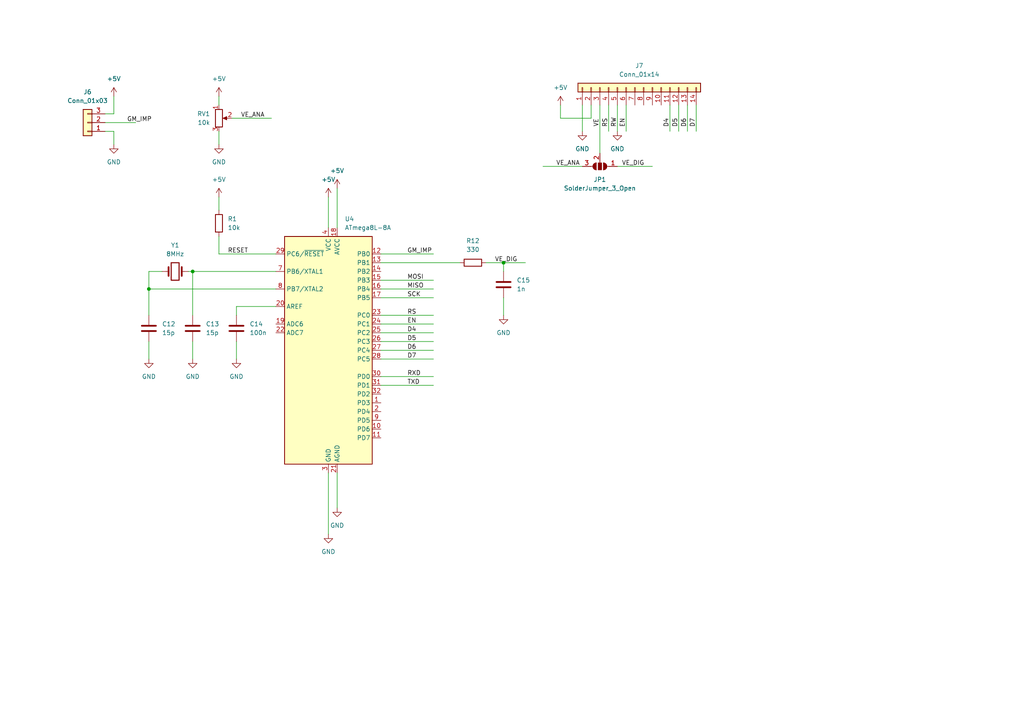
<source format=kicad_sch>
(kicad_sch (version 20230121) (generator eeschema)

  (uuid 020b141f-09fb-4f0b-a150-85664632dd17)

  (paper "A4")

  (lib_symbols
    (symbol "Connector_Generic:Conn_01x03" (pin_names (offset 1.016) hide) (in_bom yes) (on_board yes)
      (property "Reference" "J" (at 0 5.08 0)
        (effects (font (size 1.27 1.27)))
      )
      (property "Value" "Conn_01x03" (at 0 -5.08 0)
        (effects (font (size 1.27 1.27)))
      )
      (property "Footprint" "" (at 0 0 0)
        (effects (font (size 1.27 1.27)) hide)
      )
      (property "Datasheet" "~" (at 0 0 0)
        (effects (font (size 1.27 1.27)) hide)
      )
      (property "ki_keywords" "connector" (at 0 0 0)
        (effects (font (size 1.27 1.27)) hide)
      )
      (property "ki_description" "Generic connector, single row, 01x03, script generated (kicad-library-utils/schlib/autogen/connector/)" (at 0 0 0)
        (effects (font (size 1.27 1.27)) hide)
      )
      (property "ki_fp_filters" "Connector*:*_1x??_*" (at 0 0 0)
        (effects (font (size 1.27 1.27)) hide)
      )
      (symbol "Conn_01x03_1_1"
        (rectangle (start -1.27 -2.413) (end 0 -2.667)
          (stroke (width 0.1524) (type default))
          (fill (type none))
        )
        (rectangle (start -1.27 0.127) (end 0 -0.127)
          (stroke (width 0.1524) (type default))
          (fill (type none))
        )
        (rectangle (start -1.27 2.667) (end 0 2.413)
          (stroke (width 0.1524) (type default))
          (fill (type none))
        )
        (rectangle (start -1.27 3.81) (end 1.27 -3.81)
          (stroke (width 0.254) (type default))
          (fill (type background))
        )
        (pin passive line (at -5.08 2.54 0) (length 3.81)
          (name "Pin_1" (effects (font (size 1.27 1.27))))
          (number "1" (effects (font (size 1.27 1.27))))
        )
        (pin passive line (at -5.08 0 0) (length 3.81)
          (name "Pin_2" (effects (font (size 1.27 1.27))))
          (number "2" (effects (font (size 1.27 1.27))))
        )
        (pin passive line (at -5.08 -2.54 0) (length 3.81)
          (name "Pin_3" (effects (font (size 1.27 1.27))))
          (number "3" (effects (font (size 1.27 1.27))))
        )
      )
    )
    (symbol "Connector_Generic:Conn_01x14" (pin_names (offset 1.016) hide) (in_bom yes) (on_board yes)
      (property "Reference" "J" (at 0 17.78 0)
        (effects (font (size 1.27 1.27)))
      )
      (property "Value" "Conn_01x14" (at 0 -20.32 0)
        (effects (font (size 1.27 1.27)))
      )
      (property "Footprint" "" (at 0 0 0)
        (effects (font (size 1.27 1.27)) hide)
      )
      (property "Datasheet" "~" (at 0 0 0)
        (effects (font (size 1.27 1.27)) hide)
      )
      (property "ki_keywords" "connector" (at 0 0 0)
        (effects (font (size 1.27 1.27)) hide)
      )
      (property "ki_description" "Generic connector, single row, 01x14, script generated (kicad-library-utils/schlib/autogen/connector/)" (at 0 0 0)
        (effects (font (size 1.27 1.27)) hide)
      )
      (property "ki_fp_filters" "Connector*:*_1x??_*" (at 0 0 0)
        (effects (font (size 1.27 1.27)) hide)
      )
      (symbol "Conn_01x14_1_1"
        (rectangle (start -1.27 -17.653) (end 0 -17.907)
          (stroke (width 0.1524) (type default))
          (fill (type none))
        )
        (rectangle (start -1.27 -15.113) (end 0 -15.367)
          (stroke (width 0.1524) (type default))
          (fill (type none))
        )
        (rectangle (start -1.27 -12.573) (end 0 -12.827)
          (stroke (width 0.1524) (type default))
          (fill (type none))
        )
        (rectangle (start -1.27 -10.033) (end 0 -10.287)
          (stroke (width 0.1524) (type default))
          (fill (type none))
        )
        (rectangle (start -1.27 -7.493) (end 0 -7.747)
          (stroke (width 0.1524) (type default))
          (fill (type none))
        )
        (rectangle (start -1.27 -4.953) (end 0 -5.207)
          (stroke (width 0.1524) (type default))
          (fill (type none))
        )
        (rectangle (start -1.27 -2.413) (end 0 -2.667)
          (stroke (width 0.1524) (type default))
          (fill (type none))
        )
        (rectangle (start -1.27 0.127) (end 0 -0.127)
          (stroke (width 0.1524) (type default))
          (fill (type none))
        )
        (rectangle (start -1.27 2.667) (end 0 2.413)
          (stroke (width 0.1524) (type default))
          (fill (type none))
        )
        (rectangle (start -1.27 5.207) (end 0 4.953)
          (stroke (width 0.1524) (type default))
          (fill (type none))
        )
        (rectangle (start -1.27 7.747) (end 0 7.493)
          (stroke (width 0.1524) (type default))
          (fill (type none))
        )
        (rectangle (start -1.27 10.287) (end 0 10.033)
          (stroke (width 0.1524) (type default))
          (fill (type none))
        )
        (rectangle (start -1.27 12.827) (end 0 12.573)
          (stroke (width 0.1524) (type default))
          (fill (type none))
        )
        (rectangle (start -1.27 15.367) (end 0 15.113)
          (stroke (width 0.1524) (type default))
          (fill (type none))
        )
        (rectangle (start -1.27 16.51) (end 1.27 -19.05)
          (stroke (width 0.254) (type default))
          (fill (type background))
        )
        (pin passive line (at -5.08 15.24 0) (length 3.81)
          (name "Pin_1" (effects (font (size 1.27 1.27))))
          (number "1" (effects (font (size 1.27 1.27))))
        )
        (pin passive line (at -5.08 -7.62 0) (length 3.81)
          (name "Pin_10" (effects (font (size 1.27 1.27))))
          (number "10" (effects (font (size 1.27 1.27))))
        )
        (pin passive line (at -5.08 -10.16 0) (length 3.81)
          (name "Pin_11" (effects (font (size 1.27 1.27))))
          (number "11" (effects (font (size 1.27 1.27))))
        )
        (pin passive line (at -5.08 -12.7 0) (length 3.81)
          (name "Pin_12" (effects (font (size 1.27 1.27))))
          (number "12" (effects (font (size 1.27 1.27))))
        )
        (pin passive line (at -5.08 -15.24 0) (length 3.81)
          (name "Pin_13" (effects (font (size 1.27 1.27))))
          (number "13" (effects (font (size 1.27 1.27))))
        )
        (pin passive line (at -5.08 -17.78 0) (length 3.81)
          (name "Pin_14" (effects (font (size 1.27 1.27))))
          (number "14" (effects (font (size 1.27 1.27))))
        )
        (pin passive line (at -5.08 12.7 0) (length 3.81)
          (name "Pin_2" (effects (font (size 1.27 1.27))))
          (number "2" (effects (font (size 1.27 1.27))))
        )
        (pin passive line (at -5.08 10.16 0) (length 3.81)
          (name "Pin_3" (effects (font (size 1.27 1.27))))
          (number "3" (effects (font (size 1.27 1.27))))
        )
        (pin passive line (at -5.08 7.62 0) (length 3.81)
          (name "Pin_4" (effects (font (size 1.27 1.27))))
          (number "4" (effects (font (size 1.27 1.27))))
        )
        (pin passive line (at -5.08 5.08 0) (length 3.81)
          (name "Pin_5" (effects (font (size 1.27 1.27))))
          (number "5" (effects (font (size 1.27 1.27))))
        )
        (pin passive line (at -5.08 2.54 0) (length 3.81)
          (name "Pin_6" (effects (font (size 1.27 1.27))))
          (number "6" (effects (font (size 1.27 1.27))))
        )
        (pin passive line (at -5.08 0 0) (length 3.81)
          (name "Pin_7" (effects (font (size 1.27 1.27))))
          (number "7" (effects (font (size 1.27 1.27))))
        )
        (pin passive line (at -5.08 -2.54 0) (length 3.81)
          (name "Pin_8" (effects (font (size 1.27 1.27))))
          (number "8" (effects (font (size 1.27 1.27))))
        )
        (pin passive line (at -5.08 -5.08 0) (length 3.81)
          (name "Pin_9" (effects (font (size 1.27 1.27))))
          (number "9" (effects (font (size 1.27 1.27))))
        )
      )
    )
    (symbol "Device:C" (pin_numbers hide) (pin_names (offset 0.254)) (in_bom yes) (on_board yes)
      (property "Reference" "C" (at 0.635 2.54 0)
        (effects (font (size 1.27 1.27)) (justify left))
      )
      (property "Value" "C" (at 0.635 -2.54 0)
        (effects (font (size 1.27 1.27)) (justify left))
      )
      (property "Footprint" "" (at 0.9652 -3.81 0)
        (effects (font (size 1.27 1.27)) hide)
      )
      (property "Datasheet" "~" (at 0 0 0)
        (effects (font (size 1.27 1.27)) hide)
      )
      (property "ki_keywords" "cap capacitor" (at 0 0 0)
        (effects (font (size 1.27 1.27)) hide)
      )
      (property "ki_description" "Unpolarized capacitor" (at 0 0 0)
        (effects (font (size 1.27 1.27)) hide)
      )
      (property "ki_fp_filters" "C_*" (at 0 0 0)
        (effects (font (size 1.27 1.27)) hide)
      )
      (symbol "C_0_1"
        (polyline
          (pts
            (xy -2.032 -0.762)
            (xy 2.032 -0.762)
          )
          (stroke (width 0.508) (type default))
          (fill (type none))
        )
        (polyline
          (pts
            (xy -2.032 0.762)
            (xy 2.032 0.762)
          )
          (stroke (width 0.508) (type default))
          (fill (type none))
        )
      )
      (symbol "C_1_1"
        (pin passive line (at 0 3.81 270) (length 2.794)
          (name "~" (effects (font (size 1.27 1.27))))
          (number "1" (effects (font (size 1.27 1.27))))
        )
        (pin passive line (at 0 -3.81 90) (length 2.794)
          (name "~" (effects (font (size 1.27 1.27))))
          (number "2" (effects (font (size 1.27 1.27))))
        )
      )
    )
    (symbol "Device:Crystal" (pin_numbers hide) (pin_names (offset 1.016) hide) (in_bom yes) (on_board yes)
      (property "Reference" "Y" (at 0 3.81 0)
        (effects (font (size 1.27 1.27)))
      )
      (property "Value" "Crystal" (at 0 -3.81 0)
        (effects (font (size 1.27 1.27)))
      )
      (property "Footprint" "" (at 0 0 0)
        (effects (font (size 1.27 1.27)) hide)
      )
      (property "Datasheet" "~" (at 0 0 0)
        (effects (font (size 1.27 1.27)) hide)
      )
      (property "ki_keywords" "quartz ceramic resonator oscillator" (at 0 0 0)
        (effects (font (size 1.27 1.27)) hide)
      )
      (property "ki_description" "Two pin crystal" (at 0 0 0)
        (effects (font (size 1.27 1.27)) hide)
      )
      (property "ki_fp_filters" "Crystal*" (at 0 0 0)
        (effects (font (size 1.27 1.27)) hide)
      )
      (symbol "Crystal_0_1"
        (rectangle (start -1.143 2.54) (end 1.143 -2.54)
          (stroke (width 0.3048) (type default))
          (fill (type none))
        )
        (polyline
          (pts
            (xy -2.54 0)
            (xy -1.905 0)
          )
          (stroke (width 0) (type default))
          (fill (type none))
        )
        (polyline
          (pts
            (xy -1.905 -1.27)
            (xy -1.905 1.27)
          )
          (stroke (width 0.508) (type default))
          (fill (type none))
        )
        (polyline
          (pts
            (xy 1.905 -1.27)
            (xy 1.905 1.27)
          )
          (stroke (width 0.508) (type default))
          (fill (type none))
        )
        (polyline
          (pts
            (xy 2.54 0)
            (xy 1.905 0)
          )
          (stroke (width 0) (type default))
          (fill (type none))
        )
      )
      (symbol "Crystal_1_1"
        (pin passive line (at -3.81 0 0) (length 1.27)
          (name "1" (effects (font (size 1.27 1.27))))
          (number "1" (effects (font (size 1.27 1.27))))
        )
        (pin passive line (at 3.81 0 180) (length 1.27)
          (name "2" (effects (font (size 1.27 1.27))))
          (number "2" (effects (font (size 1.27 1.27))))
        )
      )
    )
    (symbol "Device:R" (pin_numbers hide) (pin_names (offset 0)) (in_bom yes) (on_board yes)
      (property "Reference" "R" (at 2.032 0 90)
        (effects (font (size 1.27 1.27)))
      )
      (property "Value" "R" (at 0 0 90)
        (effects (font (size 1.27 1.27)))
      )
      (property "Footprint" "" (at -1.778 0 90)
        (effects (font (size 1.27 1.27)) hide)
      )
      (property "Datasheet" "~" (at 0 0 0)
        (effects (font (size 1.27 1.27)) hide)
      )
      (property "ki_keywords" "R res resistor" (at 0 0 0)
        (effects (font (size 1.27 1.27)) hide)
      )
      (property "ki_description" "Resistor" (at 0 0 0)
        (effects (font (size 1.27 1.27)) hide)
      )
      (property "ki_fp_filters" "R_*" (at 0 0 0)
        (effects (font (size 1.27 1.27)) hide)
      )
      (symbol "R_0_1"
        (rectangle (start -1.016 -2.54) (end 1.016 2.54)
          (stroke (width 0.254) (type default))
          (fill (type none))
        )
      )
      (symbol "R_1_1"
        (pin passive line (at 0 3.81 270) (length 1.27)
          (name "~" (effects (font (size 1.27 1.27))))
          (number "1" (effects (font (size 1.27 1.27))))
        )
        (pin passive line (at 0 -3.81 90) (length 1.27)
          (name "~" (effects (font (size 1.27 1.27))))
          (number "2" (effects (font (size 1.27 1.27))))
        )
      )
    )
    (symbol "Device:R_Potentiometer" (pin_names (offset 1.016) hide) (in_bom yes) (on_board yes)
      (property "Reference" "RV" (at -4.445 0 90)
        (effects (font (size 1.27 1.27)))
      )
      (property "Value" "R_Potentiometer" (at -2.54 0 90)
        (effects (font (size 1.27 1.27)))
      )
      (property "Footprint" "" (at 0 0 0)
        (effects (font (size 1.27 1.27)) hide)
      )
      (property "Datasheet" "~" (at 0 0 0)
        (effects (font (size 1.27 1.27)) hide)
      )
      (property "ki_keywords" "resistor variable" (at 0 0 0)
        (effects (font (size 1.27 1.27)) hide)
      )
      (property "ki_description" "Potentiometer" (at 0 0 0)
        (effects (font (size 1.27 1.27)) hide)
      )
      (property "ki_fp_filters" "Potentiometer*" (at 0 0 0)
        (effects (font (size 1.27 1.27)) hide)
      )
      (symbol "R_Potentiometer_0_1"
        (polyline
          (pts
            (xy 2.54 0)
            (xy 1.524 0)
          )
          (stroke (width 0) (type default))
          (fill (type none))
        )
        (polyline
          (pts
            (xy 1.143 0)
            (xy 2.286 0.508)
            (xy 2.286 -0.508)
            (xy 1.143 0)
          )
          (stroke (width 0) (type default))
          (fill (type outline))
        )
        (rectangle (start 1.016 2.54) (end -1.016 -2.54)
          (stroke (width 0.254) (type default))
          (fill (type none))
        )
      )
      (symbol "R_Potentiometer_1_1"
        (pin passive line (at 0 3.81 270) (length 1.27)
          (name "1" (effects (font (size 1.27 1.27))))
          (number "1" (effects (font (size 1.27 1.27))))
        )
        (pin passive line (at 3.81 0 180) (length 1.27)
          (name "2" (effects (font (size 1.27 1.27))))
          (number "2" (effects (font (size 1.27 1.27))))
        )
        (pin passive line (at 0 -3.81 90) (length 1.27)
          (name "3" (effects (font (size 1.27 1.27))))
          (number "3" (effects (font (size 1.27 1.27))))
        )
      )
    )
    (symbol "Jumper:SolderJumper_3_Open" (pin_names (offset 0) hide) (in_bom yes) (on_board yes)
      (property "Reference" "JP" (at -2.54 -2.54 0)
        (effects (font (size 1.27 1.27)))
      )
      (property "Value" "SolderJumper_3_Open" (at 0 2.794 0)
        (effects (font (size 1.27 1.27)))
      )
      (property "Footprint" "" (at 0 0 0)
        (effects (font (size 1.27 1.27)) hide)
      )
      (property "Datasheet" "~" (at 0 0 0)
        (effects (font (size 1.27 1.27)) hide)
      )
      (property "ki_keywords" "Solder Jumper SPDT" (at 0 0 0)
        (effects (font (size 1.27 1.27)) hide)
      )
      (property "ki_description" "Solder Jumper, 3-pole, open" (at 0 0 0)
        (effects (font (size 1.27 1.27)) hide)
      )
      (property "ki_fp_filters" "SolderJumper*Open*" (at 0 0 0)
        (effects (font (size 1.27 1.27)) hide)
      )
      (symbol "SolderJumper_3_Open_0_1"
        (arc (start -1.016 1.016) (mid -2.0276 0) (end -1.016 -1.016)
          (stroke (width 0) (type default))
          (fill (type none))
        )
        (arc (start -1.016 1.016) (mid -2.0276 0) (end -1.016 -1.016)
          (stroke (width 0) (type default))
          (fill (type outline))
        )
        (rectangle (start -0.508 1.016) (end 0.508 -1.016)
          (stroke (width 0) (type default))
          (fill (type outline))
        )
        (polyline
          (pts
            (xy -2.54 0)
            (xy -2.032 0)
          )
          (stroke (width 0) (type default))
          (fill (type none))
        )
        (polyline
          (pts
            (xy -1.016 1.016)
            (xy -1.016 -1.016)
          )
          (stroke (width 0) (type default))
          (fill (type none))
        )
        (polyline
          (pts
            (xy 0 -1.27)
            (xy 0 -1.016)
          )
          (stroke (width 0) (type default))
          (fill (type none))
        )
        (polyline
          (pts
            (xy 1.016 1.016)
            (xy 1.016 -1.016)
          )
          (stroke (width 0) (type default))
          (fill (type none))
        )
        (polyline
          (pts
            (xy 2.54 0)
            (xy 2.032 0)
          )
          (stroke (width 0) (type default))
          (fill (type none))
        )
        (arc (start 1.016 -1.016) (mid 2.0276 0) (end 1.016 1.016)
          (stroke (width 0) (type default))
          (fill (type none))
        )
        (arc (start 1.016 -1.016) (mid 2.0276 0) (end 1.016 1.016)
          (stroke (width 0) (type default))
          (fill (type outline))
        )
      )
      (symbol "SolderJumper_3_Open_1_1"
        (pin passive line (at -5.08 0 0) (length 2.54)
          (name "A" (effects (font (size 1.27 1.27))))
          (number "1" (effects (font (size 1.27 1.27))))
        )
        (pin passive line (at 0 -3.81 90) (length 2.54)
          (name "C" (effects (font (size 1.27 1.27))))
          (number "2" (effects (font (size 1.27 1.27))))
        )
        (pin passive line (at 5.08 0 180) (length 2.54)
          (name "B" (effects (font (size 1.27 1.27))))
          (number "3" (effects (font (size 1.27 1.27))))
        )
      )
    )
    (symbol "MCU_Microchip_ATmega:ATmega8L-8A" (in_bom yes) (on_board yes)
      (property "Reference" "U" (at -12.7 34.29 0)
        (effects (font (size 1.27 1.27)) (justify left bottom))
      )
      (property "Value" "ATmega8L-8A" (at 5.08 -34.29 0)
        (effects (font (size 1.27 1.27)) (justify left top))
      )
      (property "Footprint" "Package_QFP:TQFP-32_7x7mm_P0.8mm" (at 0 0 0)
        (effects (font (size 1.27 1.27) italic) hide)
      )
      (property "Datasheet" "http://ww1.microchip.com/downloads/en/DeviceDoc/atmel-2486-8-bit-avr-microcontroller-atmega8_l_datasheet.pdf" (at 0 0 0)
        (effects (font (size 1.27 1.27)) hide)
      )
      (property "ki_keywords" "AVR 8bit Microcontroller MegaAVR" (at 0 0 0)
        (effects (font (size 1.27 1.27)) hide)
      )
      (property "ki_description" "8MHz, 8kB Flash, 1kB SRAM, 512B EEPROM, TQFP-32" (at 0 0 0)
        (effects (font (size 1.27 1.27)) hide)
      )
      (property "ki_fp_filters" "TQFP*7x7mm*P0.8mm*" (at 0 0 0)
        (effects (font (size 1.27 1.27)) hide)
      )
      (symbol "ATmega8L-8A_0_1"
        (rectangle (start -12.7 -33.02) (end 12.7 33.02)
          (stroke (width 0.254) (type default))
          (fill (type background))
        )
      )
      (symbol "ATmega8L-8A_1_1"
        (pin bidirectional line (at 15.24 -15.24 180) (length 2.54)
          (name "PD3" (effects (font (size 1.27 1.27))))
          (number "1" (effects (font (size 1.27 1.27))))
        )
        (pin bidirectional line (at 15.24 -22.86 180) (length 2.54)
          (name "PD6" (effects (font (size 1.27 1.27))))
          (number "10" (effects (font (size 1.27 1.27))))
        )
        (pin bidirectional line (at 15.24 -25.4 180) (length 2.54)
          (name "PD7" (effects (font (size 1.27 1.27))))
          (number "11" (effects (font (size 1.27 1.27))))
        )
        (pin bidirectional line (at 15.24 27.94 180) (length 2.54)
          (name "PB0" (effects (font (size 1.27 1.27))))
          (number "12" (effects (font (size 1.27 1.27))))
        )
        (pin bidirectional line (at 15.24 25.4 180) (length 2.54)
          (name "PB1" (effects (font (size 1.27 1.27))))
          (number "13" (effects (font (size 1.27 1.27))))
        )
        (pin bidirectional line (at 15.24 22.86 180) (length 2.54)
          (name "PB2" (effects (font (size 1.27 1.27))))
          (number "14" (effects (font (size 1.27 1.27))))
        )
        (pin bidirectional line (at 15.24 20.32 180) (length 2.54)
          (name "PB3" (effects (font (size 1.27 1.27))))
          (number "15" (effects (font (size 1.27 1.27))))
        )
        (pin bidirectional line (at 15.24 17.78 180) (length 2.54)
          (name "PB4" (effects (font (size 1.27 1.27))))
          (number "16" (effects (font (size 1.27 1.27))))
        )
        (pin bidirectional line (at 15.24 15.24 180) (length 2.54)
          (name "PB5" (effects (font (size 1.27 1.27))))
          (number "17" (effects (font (size 1.27 1.27))))
        )
        (pin power_in line (at 2.54 35.56 270) (length 2.54)
          (name "AVCC" (effects (font (size 1.27 1.27))))
          (number "18" (effects (font (size 1.27 1.27))))
        )
        (pin input line (at -15.24 7.62 0) (length 2.54)
          (name "ADC6" (effects (font (size 1.27 1.27))))
          (number "19" (effects (font (size 1.27 1.27))))
        )
        (pin bidirectional line (at 15.24 -17.78 180) (length 2.54)
          (name "PD4" (effects (font (size 1.27 1.27))))
          (number "2" (effects (font (size 1.27 1.27))))
        )
        (pin passive line (at -15.24 12.7 0) (length 2.54)
          (name "AREF" (effects (font (size 1.27 1.27))))
          (number "20" (effects (font (size 1.27 1.27))))
        )
        (pin power_in line (at 2.54 -35.56 90) (length 2.54)
          (name "AGND" (effects (font (size 1.27 1.27))))
          (number "21" (effects (font (size 1.27 1.27))))
        )
        (pin input line (at -15.24 5.08 0) (length 2.54)
          (name "ADC7" (effects (font (size 1.27 1.27))))
          (number "22" (effects (font (size 1.27 1.27))))
        )
        (pin bidirectional line (at 15.24 10.16 180) (length 2.54)
          (name "PC0" (effects (font (size 1.27 1.27))))
          (number "23" (effects (font (size 1.27 1.27))))
        )
        (pin bidirectional line (at 15.24 7.62 180) (length 2.54)
          (name "PC1" (effects (font (size 1.27 1.27))))
          (number "24" (effects (font (size 1.27 1.27))))
        )
        (pin bidirectional line (at 15.24 5.08 180) (length 2.54)
          (name "PC2" (effects (font (size 1.27 1.27))))
          (number "25" (effects (font (size 1.27 1.27))))
        )
        (pin bidirectional line (at 15.24 2.54 180) (length 2.54)
          (name "PC3" (effects (font (size 1.27 1.27))))
          (number "26" (effects (font (size 1.27 1.27))))
        )
        (pin bidirectional line (at 15.24 0 180) (length 2.54)
          (name "PC4" (effects (font (size 1.27 1.27))))
          (number "27" (effects (font (size 1.27 1.27))))
        )
        (pin bidirectional line (at 15.24 -2.54 180) (length 2.54)
          (name "PC5" (effects (font (size 1.27 1.27))))
          (number "28" (effects (font (size 1.27 1.27))))
        )
        (pin bidirectional line (at -15.24 27.94 0) (length 2.54)
          (name "PC6/~{RESET}" (effects (font (size 1.27 1.27))))
          (number "29" (effects (font (size 1.27 1.27))))
        )
        (pin power_in line (at 0 -35.56 90) (length 2.54)
          (name "GND" (effects (font (size 1.27 1.27))))
          (number "3" (effects (font (size 1.27 1.27))))
        )
        (pin bidirectional line (at 15.24 -7.62 180) (length 2.54)
          (name "PD0" (effects (font (size 1.27 1.27))))
          (number "30" (effects (font (size 1.27 1.27))))
        )
        (pin bidirectional line (at 15.24 -10.16 180) (length 2.54)
          (name "PD1" (effects (font (size 1.27 1.27))))
          (number "31" (effects (font (size 1.27 1.27))))
        )
        (pin bidirectional line (at 15.24 -12.7 180) (length 2.54)
          (name "PD2" (effects (font (size 1.27 1.27))))
          (number "32" (effects (font (size 1.27 1.27))))
        )
        (pin power_in line (at 0 35.56 270) (length 2.54)
          (name "VCC" (effects (font (size 1.27 1.27))))
          (number "4" (effects (font (size 1.27 1.27))))
        )
        (pin passive line (at 0 -35.56 90) (length 2.54) hide
          (name "GND" (effects (font (size 1.27 1.27))))
          (number "5" (effects (font (size 1.27 1.27))))
        )
        (pin passive line (at 0 35.56 270) (length 2.54) hide
          (name "VCC" (effects (font (size 1.27 1.27))))
          (number "6" (effects (font (size 1.27 1.27))))
        )
        (pin bidirectional line (at -15.24 22.86 0) (length 2.54)
          (name "PB6/XTAL1" (effects (font (size 1.27 1.27))))
          (number "7" (effects (font (size 1.27 1.27))))
        )
        (pin bidirectional line (at -15.24 17.78 0) (length 2.54)
          (name "PB7/XTAL2" (effects (font (size 1.27 1.27))))
          (number "8" (effects (font (size 1.27 1.27))))
        )
        (pin bidirectional line (at 15.24 -20.32 180) (length 2.54)
          (name "PD5" (effects (font (size 1.27 1.27))))
          (number "9" (effects (font (size 1.27 1.27))))
        )
      )
    )
    (symbol "power:+5V" (power) (pin_names (offset 0)) (in_bom yes) (on_board yes)
      (property "Reference" "#PWR" (at 0 -3.81 0)
        (effects (font (size 1.27 1.27)) hide)
      )
      (property "Value" "+5V" (at 0 3.556 0)
        (effects (font (size 1.27 1.27)))
      )
      (property "Footprint" "" (at 0 0 0)
        (effects (font (size 1.27 1.27)) hide)
      )
      (property "Datasheet" "" (at 0 0 0)
        (effects (font (size 1.27 1.27)) hide)
      )
      (property "ki_keywords" "global power" (at 0 0 0)
        (effects (font (size 1.27 1.27)) hide)
      )
      (property "ki_description" "Power symbol creates a global label with name \"+5V\"" (at 0 0 0)
        (effects (font (size 1.27 1.27)) hide)
      )
      (symbol "+5V_0_1"
        (polyline
          (pts
            (xy -0.762 1.27)
            (xy 0 2.54)
          )
          (stroke (width 0) (type default))
          (fill (type none))
        )
        (polyline
          (pts
            (xy 0 0)
            (xy 0 2.54)
          )
          (stroke (width 0) (type default))
          (fill (type none))
        )
        (polyline
          (pts
            (xy 0 2.54)
            (xy 0.762 1.27)
          )
          (stroke (width 0) (type default))
          (fill (type none))
        )
      )
      (symbol "+5V_1_1"
        (pin power_in line (at 0 0 90) (length 0) hide
          (name "+5V" (effects (font (size 1.27 1.27))))
          (number "1" (effects (font (size 1.27 1.27))))
        )
      )
    )
    (symbol "power:GND" (power) (pin_names (offset 0)) (in_bom yes) (on_board yes)
      (property "Reference" "#PWR" (at 0 -6.35 0)
        (effects (font (size 1.27 1.27)) hide)
      )
      (property "Value" "GND" (at 0 -3.81 0)
        (effects (font (size 1.27 1.27)))
      )
      (property "Footprint" "" (at 0 0 0)
        (effects (font (size 1.27 1.27)) hide)
      )
      (property "Datasheet" "" (at 0 0 0)
        (effects (font (size 1.27 1.27)) hide)
      )
      (property "ki_keywords" "global power" (at 0 0 0)
        (effects (font (size 1.27 1.27)) hide)
      )
      (property "ki_description" "Power symbol creates a global label with name \"GND\" , ground" (at 0 0 0)
        (effects (font (size 1.27 1.27)) hide)
      )
      (symbol "GND_0_1"
        (polyline
          (pts
            (xy 0 0)
            (xy 0 -1.27)
            (xy 1.27 -1.27)
            (xy 0 -2.54)
            (xy -1.27 -1.27)
            (xy 0 -1.27)
          )
          (stroke (width 0) (type default))
          (fill (type none))
        )
      )
      (symbol "GND_1_1"
        (pin power_in line (at 0 0 270) (length 0) hide
          (name "GND" (effects (font (size 1.27 1.27))))
          (number "1" (effects (font (size 1.27 1.27))))
        )
      )
    )
  )

  (junction (at 55.88 78.74) (diameter 0) (color 0 0 0 0)
    (uuid c9316f10-08ee-4b05-8c8c-11f93facf81c)
  )
  (junction (at 43.18 83.82) (diameter 0) (color 0 0 0 0)
    (uuid e3abd121-e4a9-4f61-8b0d-02c76212119d)
  )
  (junction (at 146.05 76.2) (diameter 0) (color 0 0 0 0)
    (uuid e431d671-ba1d-440c-82eb-608b230d0039)
  )

  (wire (pts (xy 54.61 78.74) (xy 55.88 78.74))
    (stroke (width 0) (type default))
    (uuid 0060f2a3-56ee-43fc-b06a-ea91e38852c4)
  )
  (wire (pts (xy 110.49 73.66) (xy 125.73 73.66))
    (stroke (width 0) (type default))
    (uuid 081d78f4-b50c-4660-8b29-9d4c53299532)
  )
  (wire (pts (xy 146.05 86.36) (xy 146.05 91.44))
    (stroke (width 0) (type default))
    (uuid 09f1b29e-fc61-4d2a-a4ee-395ca8ee1697)
  )
  (wire (pts (xy 95.25 137.16) (xy 95.25 154.94))
    (stroke (width 0) (type default))
    (uuid 0a29997a-ac45-49e6-818e-1f694ceef473)
  )
  (wire (pts (xy 110.49 96.52) (xy 125.73 96.52))
    (stroke (width 0) (type default))
    (uuid 0b473d97-813f-4aee-a898-5b007e66d4b6)
  )
  (wire (pts (xy 168.91 30.48) (xy 168.91 38.1))
    (stroke (width 0) (type default))
    (uuid 0fa930a9-7707-4f70-ac41-4fbc3b13cc49)
  )
  (wire (pts (xy 196.85 30.48) (xy 196.85 38.1))
    (stroke (width 0) (type default))
    (uuid 19265179-677d-42fc-914b-966809a115ee)
  )
  (wire (pts (xy 43.18 83.82) (xy 43.18 91.44))
    (stroke (width 0) (type default))
    (uuid 1a11443f-525d-48ae-9c2c-0afda128bd4e)
  )
  (wire (pts (xy 110.49 76.2) (xy 133.35 76.2))
    (stroke (width 0) (type default))
    (uuid 1ce7ef64-bae9-44b9-9c5b-fe93a898507d)
  )
  (wire (pts (xy 110.49 91.44) (xy 125.73 91.44))
    (stroke (width 0) (type default))
    (uuid 24678119-2c72-4e29-a1c4-0affefd9f96c)
  )
  (wire (pts (xy 194.31 30.48) (xy 194.31 38.1))
    (stroke (width 0) (type default))
    (uuid 286f66e3-9b5d-45ba-9920-c91380bc9298)
  )
  (wire (pts (xy 181.61 30.48) (xy 181.61 38.1))
    (stroke (width 0) (type default))
    (uuid 2d8a36ef-c9b0-4c0a-8e7e-a424cb844556)
  )
  (wire (pts (xy 110.49 101.6) (xy 125.73 101.6))
    (stroke (width 0) (type default))
    (uuid 3a206311-4ca1-4a35-afbd-59c258db7b70)
  )
  (wire (pts (xy 68.58 88.9) (xy 68.58 91.44))
    (stroke (width 0) (type default))
    (uuid 3b4377ee-c509-4f5d-b23b-610889061947)
  )
  (wire (pts (xy 30.48 38.1) (xy 33.02 38.1))
    (stroke (width 0) (type default))
    (uuid 3e259a9d-09cb-4c14-b3cd-2643de36b581)
  )
  (wire (pts (xy 110.49 93.98) (xy 125.73 93.98))
    (stroke (width 0) (type default))
    (uuid 3ea4ce1a-2f2b-4c3a-8a38-a68a9732af22)
  )
  (wire (pts (xy 63.5 38.1) (xy 63.5 41.91))
    (stroke (width 0) (type default))
    (uuid 3eacbcc2-5a93-4ee6-9537-a4e3fb485e29)
  )
  (wire (pts (xy 201.93 30.48) (xy 201.93 38.1))
    (stroke (width 0) (type default))
    (uuid 42826745-b966-4f7a-b25b-665159487eec)
  )
  (wire (pts (xy 140.97 76.2) (xy 146.05 76.2))
    (stroke (width 0) (type default))
    (uuid 46a36935-db52-4fa9-b851-222a19fc89fc)
  )
  (wire (pts (xy 80.01 88.9) (xy 68.58 88.9))
    (stroke (width 0) (type default))
    (uuid 48d9ccc9-987a-4790-997e-95b0ecda93d2)
  )
  (wire (pts (xy 43.18 83.82) (xy 43.18 78.74))
    (stroke (width 0) (type default))
    (uuid 4f87400e-29fd-4f41-b6d1-c593df1b0d37)
  )
  (wire (pts (xy 63.5 73.66) (xy 80.01 73.66))
    (stroke (width 0) (type default))
    (uuid 539fc47b-ed58-4aa3-b0a8-17afc9373241)
  )
  (wire (pts (xy 110.49 86.36) (xy 125.73 86.36))
    (stroke (width 0) (type default))
    (uuid 5585cf01-4376-402d-a683-170e1627c311)
  )
  (wire (pts (xy 97.79 137.16) (xy 97.79 147.32))
    (stroke (width 0) (type default))
    (uuid 59b90704-a13e-4462-b367-1034756a1ece)
  )
  (wire (pts (xy 68.58 99.06) (xy 68.58 104.14))
    (stroke (width 0) (type default))
    (uuid 5a9059b6-4e3a-4a28-af31-f3f54543ec53)
  )
  (wire (pts (xy 173.99 30.48) (xy 173.99 44.45))
    (stroke (width 0) (type default))
    (uuid 69f1e7c8-7780-4446-be25-01adb87cfe8a)
  )
  (wire (pts (xy 110.49 99.06) (xy 125.73 99.06))
    (stroke (width 0) (type default))
    (uuid 7a15315f-98a0-46a3-bb90-e153a0c90e92)
  )
  (wire (pts (xy 176.53 30.48) (xy 176.53 38.1))
    (stroke (width 0) (type default))
    (uuid 7d48643c-65b9-4b10-a8d5-386d5e62d115)
  )
  (wire (pts (xy 55.88 99.06) (xy 55.88 104.14))
    (stroke (width 0) (type default))
    (uuid 7fc12417-685b-4624-a495-2a76288c699d)
  )
  (wire (pts (xy 55.88 78.74) (xy 55.88 91.44))
    (stroke (width 0) (type default))
    (uuid 87a722d9-db71-40a9-a4ce-c89e9beec2af)
  )
  (wire (pts (xy 179.07 30.48) (xy 179.07 38.1))
    (stroke (width 0) (type default))
    (uuid 915ca707-5720-46d6-a11f-4b707276cde8)
  )
  (wire (pts (xy 63.5 68.58) (xy 63.5 73.66))
    (stroke (width 0) (type default))
    (uuid 91ed6ca6-e2ae-41d9-9f0a-515902acd414)
  )
  (wire (pts (xy 162.56 34.29) (xy 171.45 34.29))
    (stroke (width 0) (type default))
    (uuid 9356490c-6b71-4f8e-84ae-7f44d09408a5)
  )
  (wire (pts (xy 110.49 81.28) (xy 125.73 81.28))
    (stroke (width 0) (type default))
    (uuid 93d31412-9de3-47dd-906b-fa8d3c7bb958)
  )
  (wire (pts (xy 162.56 34.29) (xy 162.56 30.48))
    (stroke (width 0) (type default))
    (uuid a30fad0c-7111-483d-b17d-302dd706b42d)
  )
  (wire (pts (xy 43.18 99.06) (xy 43.18 104.14))
    (stroke (width 0) (type default))
    (uuid a7d257e5-1307-4719-a00e-d2cfe1d7e73f)
  )
  (wire (pts (xy 157.48 48.26) (xy 168.91 48.26))
    (stroke (width 0) (type default))
    (uuid aae77662-ab57-4afc-99ef-638241a0e470)
  )
  (wire (pts (xy 55.88 78.74) (xy 80.01 78.74))
    (stroke (width 0) (type default))
    (uuid aeedd827-13ae-4e1b-a94f-61e21f3d48b5)
  )
  (wire (pts (xy 199.39 30.48) (xy 199.39 38.1))
    (stroke (width 0) (type default))
    (uuid b3ce8f2e-745d-48f6-aa1e-d346acf95750)
  )
  (wire (pts (xy 33.02 38.1) (xy 33.02 41.91))
    (stroke (width 0) (type default))
    (uuid ba788a42-15f4-432e-b866-d4902f6c9d7d)
  )
  (wire (pts (xy 80.01 83.82) (xy 43.18 83.82))
    (stroke (width 0) (type default))
    (uuid be0be509-dc7b-47d7-8433-6ca14c809b5c)
  )
  (wire (pts (xy 63.5 57.15) (xy 63.5 60.96))
    (stroke (width 0) (type default))
    (uuid c16fe798-2001-4125-ab8f-dc6341b0b36c)
  )
  (wire (pts (xy 110.49 104.14) (xy 125.73 104.14))
    (stroke (width 0) (type default))
    (uuid c9547037-4fbe-443c-b430-1cf1c6141919)
  )
  (wire (pts (xy 146.05 76.2) (xy 152.4 76.2))
    (stroke (width 0) (type default))
    (uuid cc2370e1-cda2-4b3f-a326-e3276334d40b)
  )
  (wire (pts (xy 97.79 54.61) (xy 97.79 66.04))
    (stroke (width 0) (type default))
    (uuid cf557c44-3e8d-490b-ba05-a5aefcd44b9d)
  )
  (wire (pts (xy 95.25 57.15) (xy 95.25 66.04))
    (stroke (width 0) (type default))
    (uuid d493af23-3118-41f5-95cd-56c9829b1e29)
  )
  (wire (pts (xy 33.02 33.02) (xy 33.02 27.94))
    (stroke (width 0) (type default))
    (uuid d7d39b99-6f47-430c-be9a-c8afc498475f)
  )
  (wire (pts (xy 43.18 78.74) (xy 46.99 78.74))
    (stroke (width 0) (type default))
    (uuid d9fef232-80b5-4d21-a726-8df5c016adda)
  )
  (wire (pts (xy 63.5 27.94) (xy 63.5 30.48))
    (stroke (width 0) (type default))
    (uuid e5ad9596-6c3e-45c3-b2f8-1bade0a6621a)
  )
  (wire (pts (xy 110.49 111.76) (xy 125.73 111.76))
    (stroke (width 0) (type default))
    (uuid e74d11df-f746-4aff-bc37-29d6698723b7)
  )
  (wire (pts (xy 179.07 48.26) (xy 189.23 48.26))
    (stroke (width 0) (type default))
    (uuid e9422164-f253-49cf-b9b3-5f795e98b114)
  )
  (wire (pts (xy 110.49 109.22) (xy 125.73 109.22))
    (stroke (width 0) (type default))
    (uuid e9baa96d-6aa8-4e4a-a3bb-fc38584bdbad)
  )
  (wire (pts (xy 171.45 34.29) (xy 171.45 30.48))
    (stroke (width 0) (type default))
    (uuid ef73226b-ae85-4414-8aae-0c57d8dc54c2)
  )
  (wire (pts (xy 30.48 33.02) (xy 33.02 33.02))
    (stroke (width 0) (type default))
    (uuid ef933e1a-dcd8-44bb-a6ba-0d4ab024d790)
  )
  (wire (pts (xy 146.05 76.2) (xy 146.05 78.74))
    (stroke (width 0) (type default))
    (uuid f22c1448-e685-47ce-b30a-b424220f97ed)
  )
  (wire (pts (xy 110.49 83.82) (xy 125.73 83.82))
    (stroke (width 0) (type default))
    (uuid f2628b70-29ca-4604-a06b-a7b41407a75f)
  )
  (wire (pts (xy 30.48 35.56) (xy 39.37 35.56))
    (stroke (width 0) (type default))
    (uuid f2e6d95b-5f3a-423b-b4d1-e929cbd9f97b)
  )
  (wire (pts (xy 67.31 34.29) (xy 78.74 34.29))
    (stroke (width 0) (type default))
    (uuid fc4e68a5-74c7-4df5-b298-0b741553db43)
  )

  (label "GM_IMP" (at 118.11 73.66 0) (fields_autoplaced)
    (effects (font (size 1.27 1.27)) (justify left bottom))
    (uuid 01b8a0c6-2fc4-405f-9305-a351b90be433)
  )
  (label "VE_DIG" (at 143.51 76.2 0) (fields_autoplaced)
    (effects (font (size 1.27 1.27)) (justify left bottom))
    (uuid 156179b2-fdb2-4790-ab39-67e88028189f)
  )
  (label "VE_DIG" (at 180.34 48.26 0) (fields_autoplaced)
    (effects (font (size 1.27 1.27)) (justify left bottom))
    (uuid 2fa266d6-e62a-4796-a2a3-8ed54d657643)
  )
  (label "MISO" (at 118.11 83.82 0) (fields_autoplaced)
    (effects (font (size 1.27 1.27)) (justify left bottom))
    (uuid 42653d33-d5af-474c-8e72-926e571539a1)
  )
  (label "SCK" (at 118.11 86.36 0) (fields_autoplaced)
    (effects (font (size 1.27 1.27)) (justify left bottom))
    (uuid 5dc52789-0639-442c-9d11-bfca827c1e1e)
  )
  (label "EN" (at 118.11 93.98 0) (fields_autoplaced)
    (effects (font (size 1.27 1.27)) (justify left bottom))
    (uuid 70c536ff-2c7b-4194-95dc-193b13b0f9bf)
  )
  (label "MOSI" (at 118.11 81.28 0) (fields_autoplaced)
    (effects (font (size 1.27 1.27)) (justify left bottom))
    (uuid 71bcc631-aaaf-452f-b0df-b77dd3fea1bb)
  )
  (label "D5" (at 196.85 36.83 90) (fields_autoplaced)
    (effects (font (size 1.27 1.27)) (justify left bottom))
    (uuid 7c5e5f6c-c536-4a4b-8288-b4a8b78cc291)
  )
  (label "RS" (at 176.53 36.83 90) (fields_autoplaced)
    (effects (font (size 1.27 1.27)) (justify left bottom))
    (uuid 8863a567-6acb-40e7-b034-40f71273c147)
  )
  (label "VE_ANA" (at 161.29 48.26 0) (fields_autoplaced)
    (effects (font (size 1.27 1.27)) (justify left bottom))
    (uuid 9721aa2a-6b6c-4bc8-a3de-f7df8e12a529)
  )
  (label "D7" (at 118.11 104.14 0) (fields_autoplaced)
    (effects (font (size 1.27 1.27)) (justify left bottom))
    (uuid a3b4f60e-0eb0-4723-aa83-1192562f672b)
  )
  (label "D4" (at 194.31 36.83 90) (fields_autoplaced)
    (effects (font (size 1.27 1.27)) (justify left bottom))
    (uuid a3e0c608-c5f7-4eaa-8f0b-a337c52af1a7)
  )
  (label "RESET" (at 66.04 73.66 0) (fields_autoplaced)
    (effects (font (size 1.27 1.27)) (justify left bottom))
    (uuid aad3fc85-b042-488c-ade6-4f64ee5c8978)
  )
  (label "RXD" (at 118.11 109.22 0) (fields_autoplaced)
    (effects (font (size 1.27 1.27)) (justify left bottom))
    (uuid b54f2a23-7b5f-4779-945d-2bf88fd9e9ab)
  )
  (label "D4" (at 118.11 96.52 0) (fields_autoplaced)
    (effects (font (size 1.27 1.27)) (justify left bottom))
    (uuid bb311d2b-d847-48c7-8f61-295b91b87fa5)
  )
  (label "VE" (at 173.99 34.29 270) (fields_autoplaced)
    (effects (font (size 1.27 1.27)) (justify right bottom))
    (uuid bf24a4e9-8145-4154-8392-e311e319ea72)
  )
  (label "D6" (at 199.39 36.83 90) (fields_autoplaced)
    (effects (font (size 1.27 1.27)) (justify left bottom))
    (uuid c508a02b-abba-4b42-9b47-e07b3fe6bd28)
  )
  (label "GM_IMP" (at 36.83 35.56 0) (fields_autoplaced)
    (effects (font (size 1.27 1.27)) (justify left bottom))
    (uuid c64df2b4-9ec2-4972-969f-f525bc38b969)
  )
  (label "D6" (at 118.11 101.6 0) (fields_autoplaced)
    (effects (font (size 1.27 1.27)) (justify left bottom))
    (uuid c84901f2-542a-4731-b4cd-a0ad423f17b4)
  )
  (label "D5" (at 118.11 99.06 0) (fields_autoplaced)
    (effects (font (size 1.27 1.27)) (justify left bottom))
    (uuid dc77490b-7f47-423b-b637-a1584f2c0042)
  )
  (label "RS" (at 118.11 91.44 0) (fields_autoplaced)
    (effects (font (size 1.27 1.27)) (justify left bottom))
    (uuid dee33e27-9fd8-4053-8035-00b3a5115814)
  )
  (label "D7" (at 201.93 36.83 90) (fields_autoplaced)
    (effects (font (size 1.27 1.27)) (justify left bottom))
    (uuid e4d1a755-8d5b-480f-9500-6e2a7c8c99da)
  )
  (label "VE_ANA" (at 69.85 34.29 0) (fields_autoplaced)
    (effects (font (size 1.27 1.27)) (justify left bottom))
    (uuid e6a9942a-cdb3-48dc-b29a-b45e81a5d8ee)
  )
  (label "RW" (at 179.07 36.83 90) (fields_autoplaced)
    (effects (font (size 1.27 1.27)) (justify left bottom))
    (uuid ef26b818-e51f-419a-bc4e-b2d5a4794820)
  )
  (label "TXD" (at 118.11 111.76 0) (fields_autoplaced)
    (effects (font (size 1.27 1.27)) (justify left bottom))
    (uuid f44ce67f-33ad-4982-9046-33fb3aff68e4)
  )
  (label "EN" (at 181.61 36.83 90) (fields_autoplaced)
    (effects (font (size 1.27 1.27)) (justify left bottom))
    (uuid fd1fa241-51ab-4e1c-aaa7-b3f007cdf59b)
  )

  (symbol (lib_id "Connector_Generic:Conn_01x03") (at 25.4 35.56 180) (unit 1)
    (in_bom yes) (on_board yes) (dnp no) (fields_autoplaced)
    (uuid 1073a66e-444f-480a-a170-753265a62233)
    (property "Reference" "J6" (at 25.4 26.67 0)
      (effects (font (size 1.27 1.27)))
    )
    (property "Value" "Conn_01x03" (at 25.4 29.21 0)
      (effects (font (size 1.27 1.27)))
    )
    (property "Footprint" "Connector_PinHeader_2.54mm:PinHeader_1x03_P2.54mm_Vertical" (at 25.4 35.56 0)
      (effects (font (size 1.27 1.27)) hide)
    )
    (property "Datasheet" "~" (at 25.4 35.56 0)
      (effects (font (size 1.27 1.27)) hide)
    )
    (pin "1" (uuid 9a184728-b80a-462b-974d-f30ca25964bc))
    (pin "2" (uuid 5d2a9589-57f8-4d61-b417-6d948fdea244))
    (pin "3" (uuid 6f24cf86-f6fd-47e8-9122-604121155a98))
    (instances
      (project "Geiger_EDW"
        (path "/3b22128b-b553-4988-96f2-c5a274af9a0d/c4286dcc-ecc2-4be7-a89d-80887accf133"
          (reference "J6") (unit 1)
        )
      )
    )
  )

  (symbol (lib_id "Device:C") (at 146.05 82.55 0) (unit 1)
    (in_bom yes) (on_board yes) (dnp no) (fields_autoplaced)
    (uuid 1407aa29-28d9-4c91-bea4-28ee4ab99cca)
    (property "Reference" "C15" (at 149.86 81.28 0)
      (effects (font (size 1.27 1.27)) (justify left))
    )
    (property "Value" "1n" (at 149.86 83.82 0)
      (effects (font (size 1.27 1.27)) (justify left))
    )
    (property "Footprint" "Capacitor_THT:C_Disc_D3.8mm_W2.6mm_P2.50mm" (at 147.0152 86.36 0)
      (effects (font (size 1.27 1.27)) hide)
    )
    (property "Datasheet" "~" (at 146.05 82.55 0)
      (effects (font (size 1.27 1.27)) hide)
    )
    (pin "1" (uuid c5eb3811-af69-432e-9344-400d99220f6c))
    (pin "2" (uuid e9143323-413e-4abb-88ff-0062061331e7))
    (instances
      (project "Geiger_EDW"
        (path "/3b22128b-b553-4988-96f2-c5a274af9a0d/c4286dcc-ecc2-4be7-a89d-80887accf133"
          (reference "C15") (unit 1)
        )
      )
    )
  )

  (symbol (lib_id "power:GND") (at 63.5 41.91 0) (unit 1)
    (in_bom yes) (on_board yes) (dnp no) (fields_autoplaced)
    (uuid 215c130b-01da-4a32-abfa-b7340b12ab78)
    (property "Reference" "#PWR018" (at 63.5 48.26 0)
      (effects (font (size 1.27 1.27)) hide)
    )
    (property "Value" "GND" (at 63.5 46.99 0)
      (effects (font (size 1.27 1.27)))
    )
    (property "Footprint" "" (at 63.5 41.91 0)
      (effects (font (size 1.27 1.27)) hide)
    )
    (property "Datasheet" "" (at 63.5 41.91 0)
      (effects (font (size 1.27 1.27)) hide)
    )
    (pin "1" (uuid 062b0036-f5ac-43bb-8d4a-9de02efef1ce))
    (instances
      (project "Geiger_EDW"
        (path "/3b22128b-b553-4988-96f2-c5a274af9a0d/c4286dcc-ecc2-4be7-a89d-80887accf133"
          (reference "#PWR018") (unit 1)
        )
      )
    )
  )

  (symbol (lib_id "Jumper:SolderJumper_3_Open") (at 173.99 48.26 180) (unit 1)
    (in_bom yes) (on_board yes) (dnp no) (fields_autoplaced)
    (uuid 23035902-f9d6-4637-9db3-590e50f87524)
    (property "Reference" "JP1" (at 173.99 52.07 0)
      (effects (font (size 1.27 1.27)))
    )
    (property "Value" "SolderJumper_3_Open" (at 173.99 54.61 0)
      (effects (font (size 1.27 1.27)))
    )
    (property "Footprint" "Jumper:SolderJumper-3_P2.0mm_Open_TrianglePad1.0x1.5mm_NumberLabels" (at 173.99 48.26 0)
      (effects (font (size 1.27 1.27)) hide)
    )
    (property "Datasheet" "~" (at 173.99 48.26 0)
      (effects (font (size 1.27 1.27)) hide)
    )
    (pin "1" (uuid 19b07e8a-2ca5-4a09-9e8e-fdb2728f81aa))
    (pin "2" (uuid 8b200468-08e7-466f-a702-21dc0ddcd837))
    (pin "3" (uuid 7e917482-b202-48ed-9398-3d7aabe13a79))
    (instances
      (project "Geiger_EDW"
        (path "/3b22128b-b553-4988-96f2-c5a274af9a0d/c4286dcc-ecc2-4be7-a89d-80887accf133"
          (reference "JP1") (unit 1)
        )
      )
    )
  )

  (symbol (lib_id "Device:R") (at 63.5 64.77 0) (unit 1)
    (in_bom yes) (on_board yes) (dnp no) (fields_autoplaced)
    (uuid 33d9ec54-7510-4be1-b29a-6789c9717aaa)
    (property "Reference" "R1" (at 66.04 63.5 0)
      (effects (font (size 1.27 1.27)) (justify left))
    )
    (property "Value" "10k" (at 66.04 66.04 0)
      (effects (font (size 1.27 1.27)) (justify left))
    )
    (property "Footprint" "Resistor_SMD:R_1206_3216Metric_Pad1.30x1.75mm_HandSolder" (at 61.722 64.77 90)
      (effects (font (size 1.27 1.27)) hide)
    )
    (property "Datasheet" "~" (at 63.5 64.77 0)
      (effects (font (size 1.27 1.27)) hide)
    )
    (pin "1" (uuid 294c211f-3b08-4d7e-bca6-08119d6b4b1e))
    (pin "2" (uuid b118aed0-968b-4996-b491-3d50631b6dcd))
    (instances
      (project "Geiger_EDW"
        (path "/3b22128b-b553-4988-96f2-c5a274af9a0d/c4286dcc-ecc2-4be7-a89d-80887accf133"
          (reference "R1") (unit 1)
        )
      )
    )
  )

  (symbol (lib_id "power:GND") (at 146.05 91.44 0) (unit 1)
    (in_bom yes) (on_board yes) (dnp no) (fields_autoplaced)
    (uuid 370c5c5c-18b0-4ce1-93d5-02849059e7cb)
    (property "Reference" "#PWR026" (at 146.05 97.79 0)
      (effects (font (size 1.27 1.27)) hide)
    )
    (property "Value" "GND" (at 146.05 96.52 0)
      (effects (font (size 1.27 1.27)))
    )
    (property "Footprint" "" (at 146.05 91.44 0)
      (effects (font (size 1.27 1.27)) hide)
    )
    (property "Datasheet" "" (at 146.05 91.44 0)
      (effects (font (size 1.27 1.27)) hide)
    )
    (pin "1" (uuid 695af486-0781-4406-8c2b-4f7325a227c5))
    (instances
      (project "Geiger_EDW"
        (path "/3b22128b-b553-4988-96f2-c5a274af9a0d/c4286dcc-ecc2-4be7-a89d-80887accf133"
          (reference "#PWR026") (unit 1)
        )
      )
    )
  )

  (symbol (lib_id "power:+5V") (at 63.5 27.94 0) (unit 1)
    (in_bom yes) (on_board yes) (dnp no) (fields_autoplaced)
    (uuid 41e12771-700e-4e62-961f-36359e60689f)
    (property "Reference" "#PWR017" (at 63.5 31.75 0)
      (effects (font (size 1.27 1.27)) hide)
    )
    (property "Value" "+5V" (at 63.5 22.86 0)
      (effects (font (size 1.27 1.27)))
    )
    (property "Footprint" "" (at 63.5 27.94 0)
      (effects (font (size 1.27 1.27)) hide)
    )
    (property "Datasheet" "" (at 63.5 27.94 0)
      (effects (font (size 1.27 1.27)) hide)
    )
    (pin "1" (uuid e39b9663-4c45-4c4a-9c71-9673c302c2a6))
    (instances
      (project "Geiger_EDW"
        (path "/3b22128b-b553-4988-96f2-c5a274af9a0d/c4286dcc-ecc2-4be7-a89d-80887accf133"
          (reference "#PWR017") (unit 1)
        )
      )
    )
  )

  (symbol (lib_id "power:GND") (at 97.79 147.32 0) (unit 1)
    (in_bom yes) (on_board yes) (dnp no) (fields_autoplaced)
    (uuid 57b4c42d-f693-45ed-ab60-ad6c609576b9)
    (property "Reference" "#PWR015" (at 97.79 153.67 0)
      (effects (font (size 1.27 1.27)) hide)
    )
    (property "Value" "GND" (at 97.79 152.4 0)
      (effects (font (size 1.27 1.27)))
    )
    (property "Footprint" "" (at 97.79 147.32 0)
      (effects (font (size 1.27 1.27)) hide)
    )
    (property "Datasheet" "" (at 97.79 147.32 0)
      (effects (font (size 1.27 1.27)) hide)
    )
    (pin "1" (uuid 44c8048c-04ee-4616-baec-fa5143fc32f7))
    (instances
      (project "Geiger_EDW"
        (path "/3b22128b-b553-4988-96f2-c5a274af9a0d/c4286dcc-ecc2-4be7-a89d-80887accf133"
          (reference "#PWR015") (unit 1)
        )
      )
    )
  )

  (symbol (lib_id "power:GND") (at 95.25 154.94 0) (unit 1)
    (in_bom yes) (on_board yes) (dnp no) (fields_autoplaced)
    (uuid 5e437d92-34d1-4eda-920e-99ec950c81ed)
    (property "Reference" "#PWR014" (at 95.25 161.29 0)
      (effects (font (size 1.27 1.27)) hide)
    )
    (property "Value" "GND" (at 95.25 160.02 0)
      (effects (font (size 1.27 1.27)))
    )
    (property "Footprint" "" (at 95.25 154.94 0)
      (effects (font (size 1.27 1.27)) hide)
    )
    (property "Datasheet" "" (at 95.25 154.94 0)
      (effects (font (size 1.27 1.27)) hide)
    )
    (pin "1" (uuid 39a1db88-c69a-408e-9d77-69bd0c7d655b))
    (instances
      (project "Geiger_EDW"
        (path "/3b22128b-b553-4988-96f2-c5a274af9a0d/c4286dcc-ecc2-4be7-a89d-80887accf133"
          (reference "#PWR014") (unit 1)
        )
      )
    )
  )

  (symbol (lib_id "power:GND") (at 55.88 104.14 0) (unit 1)
    (in_bom yes) (on_board yes) (dnp no) (fields_autoplaced)
    (uuid 72e9f244-6e0f-40c8-97ae-5e594a45639d)
    (property "Reference" "#PWR012" (at 55.88 110.49 0)
      (effects (font (size 1.27 1.27)) hide)
    )
    (property "Value" "GND" (at 55.88 109.22 0)
      (effects (font (size 1.27 1.27)))
    )
    (property "Footprint" "" (at 55.88 104.14 0)
      (effects (font (size 1.27 1.27)) hide)
    )
    (property "Datasheet" "" (at 55.88 104.14 0)
      (effects (font (size 1.27 1.27)) hide)
    )
    (pin "1" (uuid 08271b89-849e-45e6-9b2a-5dea2b9e8a9a))
    (instances
      (project "Geiger_EDW"
        (path "/3b22128b-b553-4988-96f2-c5a274af9a0d/c4286dcc-ecc2-4be7-a89d-80887accf133"
          (reference "#PWR012") (unit 1)
        )
      )
    )
  )

  (symbol (lib_id "power:GND") (at 179.07 38.1 0) (unit 1)
    (in_bom yes) (on_board yes) (dnp no) (fields_autoplaced)
    (uuid 73d72c03-dc70-4983-a689-0ca82a41e10a)
    (property "Reference" "#PWR025" (at 179.07 44.45 0)
      (effects (font (size 1.27 1.27)) hide)
    )
    (property "Value" "GND" (at 179.07 43.18 0)
      (effects (font (size 1.27 1.27)))
    )
    (property "Footprint" "" (at 179.07 38.1 0)
      (effects (font (size 1.27 1.27)) hide)
    )
    (property "Datasheet" "" (at 179.07 38.1 0)
      (effects (font (size 1.27 1.27)) hide)
    )
    (pin "1" (uuid 49857f1c-f859-4950-b3aa-17a66edee809))
    (instances
      (project "Geiger_EDW"
        (path "/3b22128b-b553-4988-96f2-c5a274af9a0d/c4286dcc-ecc2-4be7-a89d-80887accf133"
          (reference "#PWR025") (unit 1)
        )
      )
    )
  )

  (symbol (lib_id "Device:C") (at 43.18 95.25 0) (unit 1)
    (in_bom yes) (on_board yes) (dnp no) (fields_autoplaced)
    (uuid 76898b32-e2ce-4b5e-ad3c-a48537fda11b)
    (property "Reference" "C12" (at 46.99 93.98 0)
      (effects (font (size 1.27 1.27)) (justify left))
    )
    (property "Value" "15p" (at 46.99 96.52 0)
      (effects (font (size 1.27 1.27)) (justify left))
    )
    (property "Footprint" "Capacitor_THT:C_Disc_D3.0mm_W1.6mm_P2.50mm" (at 44.1452 99.06 0)
      (effects (font (size 1.27 1.27)) hide)
    )
    (property "Datasheet" "~" (at 43.18 95.25 0)
      (effects (font (size 1.27 1.27)) hide)
    )
    (pin "1" (uuid d8c71645-2aa0-4b65-baec-29dacd15a00a))
    (pin "2" (uuid 42cf77a1-bffa-441d-9279-d95f8a935b1b))
    (instances
      (project "Geiger_EDW"
        (path "/3b22128b-b553-4988-96f2-c5a274af9a0d/c4286dcc-ecc2-4be7-a89d-80887accf133"
          (reference "C12") (unit 1)
        )
      )
    )
  )

  (symbol (lib_id "power:+5V") (at 63.5 57.15 0) (unit 1)
    (in_bom yes) (on_board yes) (dnp no) (fields_autoplaced)
    (uuid 76b44c9c-c191-476e-be6c-ed15938364c9)
    (property "Reference" "#PWR016" (at 63.5 60.96 0)
      (effects (font (size 1.27 1.27)) hide)
    )
    (property "Value" "+5V" (at 63.5 52.07 0)
      (effects (font (size 1.27 1.27)))
    )
    (property "Footprint" "" (at 63.5 57.15 0)
      (effects (font (size 1.27 1.27)) hide)
    )
    (property "Datasheet" "" (at 63.5 57.15 0)
      (effects (font (size 1.27 1.27)) hide)
    )
    (pin "1" (uuid 4259e2a3-0053-485c-83f8-ef98eed26d7b))
    (instances
      (project "Geiger_EDW"
        (path "/3b22128b-b553-4988-96f2-c5a274af9a0d/c4286dcc-ecc2-4be7-a89d-80887accf133"
          (reference "#PWR016") (unit 1)
        )
      )
    )
  )

  (symbol (lib_id "power:GND") (at 168.91 38.1 0) (unit 1)
    (in_bom yes) (on_board yes) (dnp no) (fields_autoplaced)
    (uuid 855d8368-b751-4ae6-9ad1-9cdf7c0779d5)
    (property "Reference" "#PWR020" (at 168.91 44.45 0)
      (effects (font (size 1.27 1.27)) hide)
    )
    (property "Value" "GND" (at 168.91 43.18 0)
      (effects (font (size 1.27 1.27)))
    )
    (property "Footprint" "" (at 168.91 38.1 0)
      (effects (font (size 1.27 1.27)) hide)
    )
    (property "Datasheet" "" (at 168.91 38.1 0)
      (effects (font (size 1.27 1.27)) hide)
    )
    (pin "1" (uuid 38a98c4a-009e-401b-a062-63019ffb0869))
    (instances
      (project "Geiger_EDW"
        (path "/3b22128b-b553-4988-96f2-c5a274af9a0d/c4286dcc-ecc2-4be7-a89d-80887accf133"
          (reference "#PWR020") (unit 1)
        )
      )
    )
  )

  (symbol (lib_id "power:GND") (at 68.58 104.14 0) (unit 1)
    (in_bom yes) (on_board yes) (dnp no) (fields_autoplaced)
    (uuid 865c643f-7614-43f2-aebc-536694256063)
    (property "Reference" "#PWR013" (at 68.58 110.49 0)
      (effects (font (size 1.27 1.27)) hide)
    )
    (property "Value" "GND" (at 68.58 109.22 0)
      (effects (font (size 1.27 1.27)))
    )
    (property "Footprint" "" (at 68.58 104.14 0)
      (effects (font (size 1.27 1.27)) hide)
    )
    (property "Datasheet" "" (at 68.58 104.14 0)
      (effects (font (size 1.27 1.27)) hide)
    )
    (pin "1" (uuid d007002d-8a71-4ca6-93d0-0f78d3ce53f1))
    (instances
      (project "Geiger_EDW"
        (path "/3b22128b-b553-4988-96f2-c5a274af9a0d/c4286dcc-ecc2-4be7-a89d-80887accf133"
          (reference "#PWR013") (unit 1)
        )
      )
    )
  )

  (symbol (lib_id "Device:Crystal") (at 50.8 78.74 0) (unit 1)
    (in_bom yes) (on_board yes) (dnp no) (fields_autoplaced)
    (uuid 89cc5057-89a1-487c-a8c0-f57437a44dd8)
    (property "Reference" "Y1" (at 50.8 71.12 0)
      (effects (font (size 1.27 1.27)))
    )
    (property "Value" "8MHz" (at 50.8 73.66 0)
      (effects (font (size 1.27 1.27)))
    )
    (property "Footprint" "Crystal:Crystal_HC18-U_Vertical" (at 50.8 78.74 0)
      (effects (font (size 1.27 1.27)) hide)
    )
    (property "Datasheet" "~" (at 50.8 78.74 0)
      (effects (font (size 1.27 1.27)) hide)
    )
    (pin "1" (uuid 5be20b47-728b-4fac-aee6-6775fa07a3e7))
    (pin "2" (uuid 1651561a-d17c-44bc-9033-3daf45485be7))
    (instances
      (project "Geiger_EDW"
        (path "/3b22128b-b553-4988-96f2-c5a274af9a0d/c4286dcc-ecc2-4be7-a89d-80887accf133"
          (reference "Y1") (unit 1)
        )
      )
    )
  )

  (symbol (lib_id "power:+5V") (at 162.56 30.48 0) (unit 1)
    (in_bom yes) (on_board yes) (dnp no) (fields_autoplaced)
    (uuid ae1c09c7-a5c1-4ea4-a28e-0019c402fd78)
    (property "Reference" "#PWR024" (at 162.56 34.29 0)
      (effects (font (size 1.27 1.27)) hide)
    )
    (property "Value" "+5V" (at 162.56 25.4 0)
      (effects (font (size 1.27 1.27)))
    )
    (property "Footprint" "" (at 162.56 30.48 0)
      (effects (font (size 1.27 1.27)) hide)
    )
    (property "Datasheet" "" (at 162.56 30.48 0)
      (effects (font (size 1.27 1.27)) hide)
    )
    (pin "1" (uuid ddcb324e-6448-4b04-9dcc-f4b50ddbe68a))
    (instances
      (project "Geiger_EDW"
        (path "/3b22128b-b553-4988-96f2-c5a274af9a0d/c4286dcc-ecc2-4be7-a89d-80887accf133"
          (reference "#PWR024") (unit 1)
        )
      )
    )
  )

  (symbol (lib_id "power:+5V") (at 95.25 57.15 0) (unit 1)
    (in_bom yes) (on_board yes) (dnp no) (fields_autoplaced)
    (uuid afabb424-3797-4b35-bec8-ce6aa8c18b9d)
    (property "Reference" "#PWR022" (at 95.25 60.96 0)
      (effects (font (size 1.27 1.27)) hide)
    )
    (property "Value" "+5V" (at 95.25 52.07 0)
      (effects (font (size 1.27 1.27)))
    )
    (property "Footprint" "" (at 95.25 57.15 0)
      (effects (font (size 1.27 1.27)) hide)
    )
    (property "Datasheet" "" (at 95.25 57.15 0)
      (effects (font (size 1.27 1.27)) hide)
    )
    (pin "1" (uuid a34ebade-8685-4b86-a9a6-981996121dd6))
    (instances
      (project "Geiger_EDW"
        (path "/3b22128b-b553-4988-96f2-c5a274af9a0d/c4286dcc-ecc2-4be7-a89d-80887accf133"
          (reference "#PWR022") (unit 1)
        )
      )
    )
  )

  (symbol (lib_id "Device:R_Potentiometer") (at 63.5 34.29 0) (unit 1)
    (in_bom yes) (on_board yes) (dnp no) (fields_autoplaced)
    (uuid bfde8be5-669d-49d6-8abe-d56563e4844b)
    (property "Reference" "RV1" (at 60.96 33.02 0)
      (effects (font (size 1.27 1.27)) (justify right))
    )
    (property "Value" "10k" (at 60.96 35.56 0)
      (effects (font (size 1.27 1.27)) (justify right))
    )
    (property "Footprint" "Potentiometer_THT:Potentiometer_ACP_CA6-H2,5_Horizontal" (at 63.5 34.29 0)
      (effects (font (size 1.27 1.27)) hide)
    )
    (property "Datasheet" "~" (at 63.5 34.29 0)
      (effects (font (size 1.27 1.27)) hide)
    )
    (pin "1" (uuid 22d5e32a-3155-4b41-a4fa-d901629f6f0a))
    (pin "2" (uuid 92a163e4-a50f-423a-9f8b-d38886fa3f09))
    (pin "3" (uuid 46db2486-1771-4429-9b29-798bf7346b20))
    (instances
      (project "Geiger_EDW"
        (path "/3b22128b-b553-4988-96f2-c5a274af9a0d/c4286dcc-ecc2-4be7-a89d-80887accf133"
          (reference "RV1") (unit 1)
        )
      )
    )
  )

  (symbol (lib_id "power:GND") (at 43.18 104.14 0) (unit 1)
    (in_bom yes) (on_board yes) (dnp no) (fields_autoplaced)
    (uuid d833dda2-35a7-43d1-8adf-7ef0d951d3c9)
    (property "Reference" "#PWR011" (at 43.18 110.49 0)
      (effects (font (size 1.27 1.27)) hide)
    )
    (property "Value" "GND" (at 43.18 109.22 0)
      (effects (font (size 1.27 1.27)))
    )
    (property "Footprint" "" (at 43.18 104.14 0)
      (effects (font (size 1.27 1.27)) hide)
    )
    (property "Datasheet" "" (at 43.18 104.14 0)
      (effects (font (size 1.27 1.27)) hide)
    )
    (pin "1" (uuid 3992dbc9-0625-4ece-9788-5ed7c0fe008f))
    (instances
      (project "Geiger_EDW"
        (path "/3b22128b-b553-4988-96f2-c5a274af9a0d/c4286dcc-ecc2-4be7-a89d-80887accf133"
          (reference "#PWR011") (unit 1)
        )
      )
    )
  )

  (symbol (lib_id "power:+5V") (at 97.79 54.61 0) (unit 1)
    (in_bom yes) (on_board yes) (dnp no) (fields_autoplaced)
    (uuid e23ad6ff-2a0d-4986-9fba-e407375dbc07)
    (property "Reference" "#PWR023" (at 97.79 58.42 0)
      (effects (font (size 1.27 1.27)) hide)
    )
    (property "Value" "+5V" (at 97.79 49.53 0)
      (effects (font (size 1.27 1.27)))
    )
    (property "Footprint" "" (at 97.79 54.61 0)
      (effects (font (size 1.27 1.27)) hide)
    )
    (property "Datasheet" "" (at 97.79 54.61 0)
      (effects (font (size 1.27 1.27)) hide)
    )
    (pin "1" (uuid 4d932399-f0f3-48ae-b685-6339edec26da))
    (instances
      (project "Geiger_EDW"
        (path "/3b22128b-b553-4988-96f2-c5a274af9a0d/c4286dcc-ecc2-4be7-a89d-80887accf133"
          (reference "#PWR023") (unit 1)
        )
      )
    )
  )

  (symbol (lib_id "Device:C") (at 68.58 95.25 0) (unit 1)
    (in_bom yes) (on_board yes) (dnp no) (fields_autoplaced)
    (uuid e37149f3-2d41-402b-af8f-85ce69938b66)
    (property "Reference" "C14" (at 72.39 93.98 0)
      (effects (font (size 1.27 1.27)) (justify left))
    )
    (property "Value" "100n" (at 72.39 96.52 0)
      (effects (font (size 1.27 1.27)) (justify left))
    )
    (property "Footprint" "Capacitor_THT:C_Disc_D3.8mm_W2.6mm_P2.50mm" (at 69.5452 99.06 0)
      (effects (font (size 1.27 1.27)) hide)
    )
    (property "Datasheet" "~" (at 68.58 95.25 0)
      (effects (font (size 1.27 1.27)) hide)
    )
    (pin "1" (uuid 2155205f-146b-4e2d-9abb-a0e978415fff))
    (pin "2" (uuid a18fc065-b3f3-4e63-99ec-4e8f0f1d5929))
    (instances
      (project "Geiger_EDW"
        (path "/3b22128b-b553-4988-96f2-c5a274af9a0d/c4286dcc-ecc2-4be7-a89d-80887accf133"
          (reference "C14") (unit 1)
        )
      )
    )
  )

  (symbol (lib_id "Device:C") (at 55.88 95.25 0) (unit 1)
    (in_bom yes) (on_board yes) (dnp no) (fields_autoplaced)
    (uuid e5ecdf4e-ccc1-4ad3-a1a2-63331358d72f)
    (property "Reference" "C13" (at 59.69 93.98 0)
      (effects (font (size 1.27 1.27)) (justify left))
    )
    (property "Value" "15p" (at 59.69 96.52 0)
      (effects (font (size 1.27 1.27)) (justify left))
    )
    (property "Footprint" "Capacitor_THT:C_Disc_D3.0mm_W1.6mm_P2.50mm" (at 56.8452 99.06 0)
      (effects (font (size 1.27 1.27)) hide)
    )
    (property "Datasheet" "~" (at 55.88 95.25 0)
      (effects (font (size 1.27 1.27)) hide)
    )
    (pin "1" (uuid 03165725-95d2-44a6-8ebb-d00f8d30b6cb))
    (pin "2" (uuid 846dc05f-fd3d-4bcc-8253-7af53a253fe1))
    (instances
      (project "Geiger_EDW"
        (path "/3b22128b-b553-4988-96f2-c5a274af9a0d/c4286dcc-ecc2-4be7-a89d-80887accf133"
          (reference "C13") (unit 1)
        )
      )
    )
  )

  (symbol (lib_id "Device:R") (at 137.16 76.2 90) (unit 1)
    (in_bom yes) (on_board yes) (dnp no) (fields_autoplaced)
    (uuid e74f2a58-a351-4520-a70a-34e015bf17eb)
    (property "Reference" "R12" (at 137.16 69.85 90)
      (effects (font (size 1.27 1.27)))
    )
    (property "Value" "330" (at 137.16 72.39 90)
      (effects (font (size 1.27 1.27)))
    )
    (property "Footprint" "Resistor_SMD:R_1206_3216Metric_Pad1.30x1.75mm_HandSolder" (at 137.16 77.978 90)
      (effects (font (size 1.27 1.27)) hide)
    )
    (property "Datasheet" "~" (at 137.16 76.2 0)
      (effects (font (size 1.27 1.27)) hide)
    )
    (pin "1" (uuid 7a7a91e1-417f-444d-a5b6-52c448f7f5b1))
    (pin "2" (uuid 365987b2-a30a-46a9-8d93-c4fadac7bd45))
    (instances
      (project "Geiger_EDW"
        (path "/3b22128b-b553-4988-96f2-c5a274af9a0d/c4286dcc-ecc2-4be7-a89d-80887accf133"
          (reference "R12") (unit 1)
        )
      )
    )
  )

  (symbol (lib_id "power:+5V") (at 33.02 27.94 0) (unit 1)
    (in_bom yes) (on_board yes) (dnp no) (fields_autoplaced)
    (uuid f1ad1e15-dcc0-41f2-9a73-c5e0bb076ef2)
    (property "Reference" "#PWR021" (at 33.02 31.75 0)
      (effects (font (size 1.27 1.27)) hide)
    )
    (property "Value" "+5V" (at 33.02 22.86 0)
      (effects (font (size 1.27 1.27)))
    )
    (property "Footprint" "" (at 33.02 27.94 0)
      (effects (font (size 1.27 1.27)) hide)
    )
    (property "Datasheet" "" (at 33.02 27.94 0)
      (effects (font (size 1.27 1.27)) hide)
    )
    (pin "1" (uuid 95b73435-74b9-41aa-8156-404daaa41634))
    (instances
      (project "Geiger_EDW"
        (path "/3b22128b-b553-4988-96f2-c5a274af9a0d/c4286dcc-ecc2-4be7-a89d-80887accf133"
          (reference "#PWR021") (unit 1)
        )
      )
    )
  )

  (symbol (lib_id "MCU_Microchip_ATmega:ATmega8L-8A") (at 95.25 101.6 0) (unit 1)
    (in_bom yes) (on_board yes) (dnp no) (fields_autoplaced)
    (uuid f457ffc2-316e-4fe2-acb8-18710e4157d2)
    (property "Reference" "U4" (at 99.9841 63.5 0)
      (effects (font (size 1.27 1.27)) (justify left))
    )
    (property "Value" "ATmega8L-8A" (at 99.9841 66.04 0)
      (effects (font (size 1.27 1.27)) (justify left))
    )
    (property "Footprint" "Package_QFP:TQFP-32_7x7mm_P0.8mm" (at 95.25 101.6 0)
      (effects (font (size 1.27 1.27) italic) hide)
    )
    (property "Datasheet" "http://ww1.microchip.com/downloads/en/DeviceDoc/atmel-2486-8-bit-avr-microcontroller-atmega8_l_datasheet.pdf" (at 95.25 101.6 0)
      (effects (font (size 1.27 1.27)) hide)
    )
    (pin "1" (uuid 47dac768-3d12-4c78-b9b6-eabda38dab42))
    (pin "10" (uuid 2b65628d-f631-4575-8498-d7f4ed634030))
    (pin "11" (uuid 3aad8ce4-b3d6-4cfa-9f5b-8576ed4c522d))
    (pin "12" (uuid f192ed65-74fb-45cd-ac5a-1dc872cb14b7))
    (pin "13" (uuid 1418a1d3-f321-4781-bef7-4a54092dcf88))
    (pin "14" (uuid aa40d65e-0dcb-4e20-9c4f-9a4738fd478d))
    (pin "15" (uuid 6968fd16-461f-4a51-b834-4dcb9f684a87))
    (pin "16" (uuid f2d94ada-1ad2-4687-95e7-a94dd6f24566))
    (pin "17" (uuid e7ad672f-ceb1-4efb-8545-433128aec7cd))
    (pin "18" (uuid 74398dc2-9bd9-443e-ac70-f36315c7a476))
    (pin "19" (uuid 620bb753-6f77-4521-bfa2-0a0ecf6d3848))
    (pin "2" (uuid cc0b2683-4ed4-4210-a385-a2bcedd432da))
    (pin "20" (uuid a94e4806-8ee9-412d-bcbc-190a469ad32b))
    (pin "21" (uuid 06abfcc3-2d6d-49a3-8e76-bd51a8ec768d))
    (pin "22" (uuid 846fbbe4-1610-467b-bfea-dddf2f445f86))
    (pin "23" (uuid 6ce276dc-f64a-4abc-84d0-5b140985f761))
    (pin "24" (uuid 7bd43bdb-5e97-4d81-981b-8d6aa3b1742a))
    (pin "25" (uuid 8ab59f16-3baf-4375-9ae2-50e41918dfd7))
    (pin "26" (uuid fd467623-fd99-4223-bb5c-57de507c28f5))
    (pin "27" (uuid a2331081-af0e-4299-803e-575cccd4fb5e))
    (pin "28" (uuid 1895a253-d2db-4586-980d-d14be14b14ae))
    (pin "29" (uuid e5f0b885-33e9-49d4-ae32-8a3e67c11672))
    (pin "3" (uuid 8b351163-69bb-4096-ae0c-5e62f5fbf0ba))
    (pin "30" (uuid af23ffb0-3391-4f25-8011-b07a722a4836))
    (pin "31" (uuid a5b298d1-7b23-45bc-b06f-676a26801a02))
    (pin "32" (uuid 8d8de0ef-ba2a-4ee3-b04d-fbe4df32e274))
    (pin "4" (uuid 537c2059-5b10-409e-962c-06dbe4eedb5f))
    (pin "5" (uuid 290a8f18-2988-4baf-9a7b-4fd7bc7cec92))
    (pin "6" (uuid cc2966cc-972f-403b-b295-64b76d062504))
    (pin "7" (uuid a3622447-1bde-42cb-98c9-03a64a12f1ce))
    (pin "8" (uuid 2454f7a7-22cd-47a8-9935-a191a7861eb8))
    (pin "9" (uuid 1ce60d50-95b7-47b0-be96-c5ce87767433))
    (instances
      (project "Geiger_EDW"
        (path "/3b22128b-b553-4988-96f2-c5a274af9a0d/c4286dcc-ecc2-4be7-a89d-80887accf133"
          (reference "U4") (unit 1)
        )
      )
    )
  )

  (symbol (lib_id "power:GND") (at 33.02 41.91 0) (unit 1)
    (in_bom yes) (on_board yes) (dnp no) (fields_autoplaced)
    (uuid f75771c4-122e-479a-90a1-4a6fe0b27b72)
    (property "Reference" "#PWR019" (at 33.02 48.26 0)
      (effects (font (size 1.27 1.27)) hide)
    )
    (property "Value" "GND" (at 33.02 46.99 0)
      (effects (font (size 1.27 1.27)))
    )
    (property "Footprint" "" (at 33.02 41.91 0)
      (effects (font (size 1.27 1.27)) hide)
    )
    (property "Datasheet" "" (at 33.02 41.91 0)
      (effects (font (size 1.27 1.27)) hide)
    )
    (pin "1" (uuid 88424879-bcd0-486a-b3f2-5104dc85a83f))
    (instances
      (project "Geiger_EDW"
        (path "/3b22128b-b553-4988-96f2-c5a274af9a0d/c4286dcc-ecc2-4be7-a89d-80887accf133"
          (reference "#PWR019") (unit 1)
        )
      )
    )
  )

  (symbol (lib_id "Connector_Generic:Conn_01x14") (at 184.15 25.4 90) (unit 1)
    (in_bom yes) (on_board yes) (dnp no) (fields_autoplaced)
    (uuid f9e28626-4aa0-438d-9592-6c7a0f78760f)
    (property "Reference" "J7" (at 185.42 19.05 90)
      (effects (font (size 1.27 1.27)))
    )
    (property "Value" "Conn_01x14" (at 185.42 21.59 90)
      (effects (font (size 1.27 1.27)))
    )
    (property "Footprint" "Connector_PinHeader_2.54mm:PinHeader_1x14_P2.54mm_Vertical" (at 184.15 25.4 0)
      (effects (font (size 1.27 1.27)) hide)
    )
    (property "Datasheet" "~" (at 184.15 25.4 0)
      (effects (font (size 1.27 1.27)) hide)
    )
    (pin "1" (uuid 9a97120c-9eb7-4eb6-beff-2019b6016a8b))
    (pin "10" (uuid a2223dae-686f-47bc-824b-8da5e6e195fa))
    (pin "11" (uuid 477e1a38-0fc3-473c-a238-f04a62f23284))
    (pin "12" (uuid 5060bb86-5d0f-4af1-9679-a06ea385a992))
    (pin "13" (uuid bde616ec-8ac5-4861-8347-8023a3954dbd))
    (pin "14" (uuid 4fc16525-5d65-420a-a0c5-9ba16b80ddac))
    (pin "2" (uuid 242f2270-6fb5-4935-8c5f-547b6e3fde02))
    (pin "3" (uuid 467dbbab-c0cb-4cee-b069-df711e308b56))
    (pin "4" (uuid 1b7df479-a9ea-45f9-a8fd-c444bad38ebf))
    (pin "5" (uuid dc3d1202-e88a-42cc-9708-23303113b69e))
    (pin "6" (uuid d4e2c02b-b34d-4f8d-8138-8e6538f092e9))
    (pin "7" (uuid 9ebe56da-d83c-45ae-a331-17c37b94193f))
    (pin "8" (uuid af7ee5e5-f2bd-450b-801f-25bea17bcca4))
    (pin "9" (uuid c7456386-bb1d-440c-b89d-bb1b2f135426))
    (instances
      (project "Geiger_EDW"
        (path "/3b22128b-b553-4988-96f2-c5a274af9a0d/c4286dcc-ecc2-4be7-a89d-80887accf133"
          (reference "J7") (unit 1)
        )
      )
    )
  )
)

</source>
